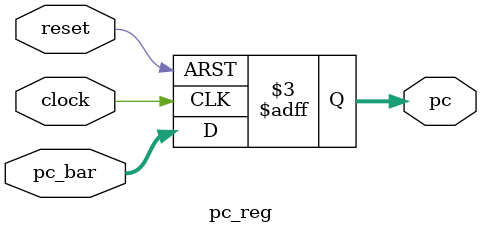
<source format=v>
module pc_reg (
  input wire [31:0]pc_bar, 
  input wire clock, reset,
  output reg [31:0]pc
);
  initial pc = 0;
  always @(posedge clock or posedge reset) begin
    if (reset) begin
      pc <= 0;
    end else begin
      pc <= pc_bar;
    end
  end
endmodule
</source>
